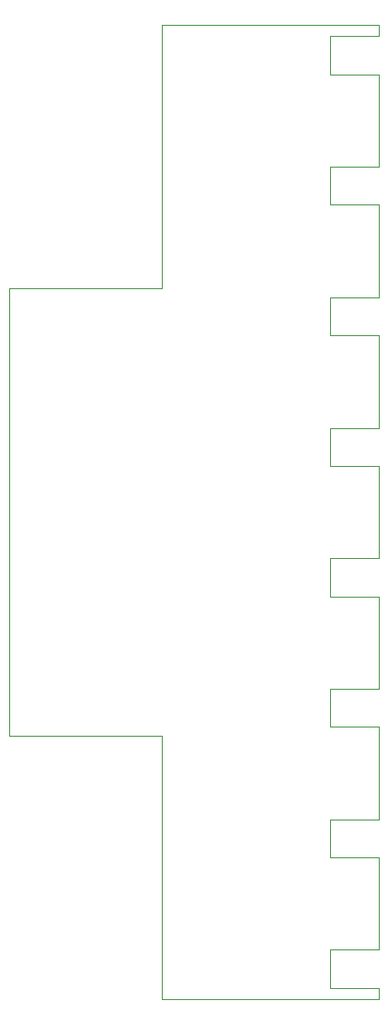
<source format=gko>
G04 #@! TF.GenerationSoftware,KiCad,Pcbnew,(5.1.6-0-10_14)*
G04 #@! TF.CreationDate,2020-08-04T00:19:05+09:00*
G04 #@! TF.ProjectId,teabiscuits_electrode_interface,74656162-6973-4637-9569-74735f656c65,rev?*
G04 #@! TF.SameCoordinates,Original*
G04 #@! TF.FileFunction,Profile,NP*
%FSLAX46Y46*%
G04 Gerber Fmt 4.6, Leading zero omitted, Abs format (unit mm)*
G04 Created by KiCad (PCBNEW (5.1.6-0-10_14)) date 2020-08-04 00:19:05*
%MOMM*%
%LPD*%
G01*
G04 APERTURE LIST*
G04 #@! TA.AperFunction,Profile*
%ADD10C,0.050000*%
G04 #@! TD*
G04 #@! TA.AperFunction,Profile*
%ADD11C,0.100000*%
G04 #@! TD*
G04 APERTURE END LIST*
D10*
X144950000Y-54750000D02*
X144950000Y-46250000D01*
X144950000Y-66750000D02*
X144950000Y-58250000D01*
X144950000Y-78750000D02*
X144950000Y-70250000D01*
X144950000Y-90750000D02*
X144950000Y-82250000D01*
X144950000Y-102750000D02*
X144950000Y-94250000D01*
X144950000Y-114750000D02*
X144950000Y-106250000D01*
X144950000Y-126750000D02*
X144950000Y-118250000D01*
X144950000Y-131300000D02*
X144950000Y-130250000D01*
X124950000Y-131300000D02*
X144950000Y-131300000D01*
X124950000Y-107100000D02*
X124950000Y-131300000D01*
X110950000Y-107100000D02*
X124950000Y-107100000D01*
X110950000Y-65900000D02*
X110950000Y-107100000D01*
X124950000Y-65900000D02*
X110950000Y-65900000D01*
X124950000Y-41700000D02*
X124950000Y-65900000D01*
X144950000Y-41700000D02*
X124950000Y-41700000D01*
X144950000Y-42750000D02*
X144950000Y-41700000D01*
D11*
X140450000Y-46250000D02*
X144950000Y-46250000D01*
X140450000Y-42750000D02*
X140450000Y-46250000D01*
X144950000Y-42750000D02*
X140450000Y-42750000D01*
X140450000Y-130250000D02*
X144950000Y-130250000D01*
X140450000Y-126750000D02*
X140450000Y-130250000D01*
X144950000Y-126750000D02*
X140450000Y-126750000D01*
X140450000Y-118250000D02*
X144950000Y-118250000D01*
X140450000Y-114750000D02*
X140450000Y-118250000D01*
X144950000Y-114750000D02*
X140450000Y-114750000D01*
X140450000Y-106250000D02*
X144950000Y-106250000D01*
X140450000Y-102750000D02*
X140450000Y-106250000D01*
X144950000Y-102750000D02*
X140450000Y-102750000D01*
X140450000Y-94250000D02*
X144950000Y-94250000D01*
X140450000Y-90750000D02*
X140450000Y-94250000D01*
X144950000Y-90750000D02*
X140450000Y-90750000D01*
X140450000Y-82250000D02*
X144950000Y-82250000D01*
X140450000Y-78750000D02*
X140450000Y-82250000D01*
X144950000Y-78750000D02*
X140450000Y-78750000D01*
X140450000Y-70250000D02*
X144950000Y-70250000D01*
X140450000Y-66750000D02*
X140450000Y-70250000D01*
X144950000Y-66750000D02*
X140450000Y-66750000D01*
X140450000Y-58250000D02*
X144950000Y-58250000D01*
X140450000Y-54750000D02*
X140450000Y-58250000D01*
X144950000Y-54750000D02*
X140450000Y-54750000D01*
M02*

</source>
